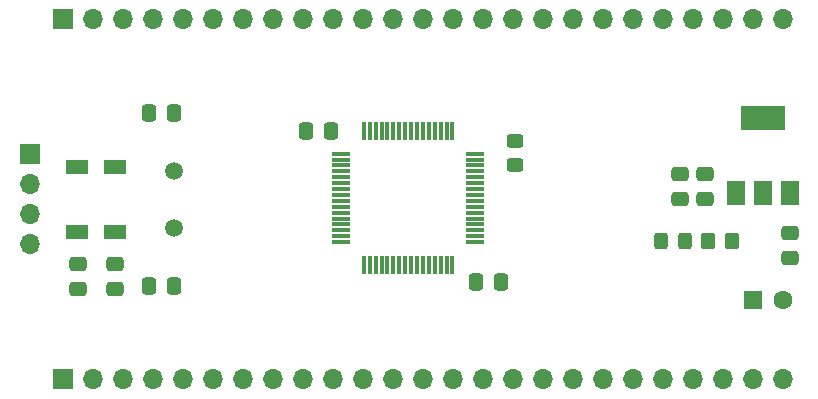
<source format=gbr>
%TF.GenerationSoftware,KiCad,Pcbnew,7.0.9*%
%TF.CreationDate,2024-02-22T17:01:59-03:00*%
%TF.ProjectId,CPU Stm32G431,43505520-5374-46d3-9332-473433312e6b,rev?*%
%TF.SameCoordinates,Original*%
%TF.FileFunction,Soldermask,Top*%
%TF.FilePolarity,Negative*%
%FSLAX46Y46*%
G04 Gerber Fmt 4.6, Leading zero omitted, Abs format (unit mm)*
G04 Created by KiCad (PCBNEW 7.0.9) date 2024-02-22 17:01:59*
%MOMM*%
%LPD*%
G01*
G04 APERTURE LIST*
G04 Aperture macros list*
%AMRoundRect*
0 Rectangle with rounded corners*
0 $1 Rounding radius*
0 $2 $3 $4 $5 $6 $7 $8 $9 X,Y pos of 4 corners*
0 Add a 4 corners polygon primitive as box body*
4,1,4,$2,$3,$4,$5,$6,$7,$8,$9,$2,$3,0*
0 Add four circle primitives for the rounded corners*
1,1,$1+$1,$2,$3*
1,1,$1+$1,$4,$5*
1,1,$1+$1,$6,$7*
1,1,$1+$1,$8,$9*
0 Add four rect primitives between the rounded corners*
20,1,$1+$1,$2,$3,$4,$5,0*
20,1,$1+$1,$4,$5,$6,$7,0*
20,1,$1+$1,$6,$7,$8,$9,0*
20,1,$1+$1,$8,$9,$2,$3,0*%
G04 Aperture macros list end*
%ADD10R,1.900000X1.300000*%
%ADD11RoundRect,0.250000X0.475000X-0.337500X0.475000X0.337500X-0.475000X0.337500X-0.475000X-0.337500X0*%
%ADD12RoundRect,0.250000X-0.337500X-0.475000X0.337500X-0.475000X0.337500X0.475000X-0.337500X0.475000X0*%
%ADD13R,1.600000X1.600000*%
%ADD14C,1.600000*%
%ADD15RoundRect,0.250000X0.450000X-0.325000X0.450000X0.325000X-0.450000X0.325000X-0.450000X-0.325000X0*%
%ADD16RoundRect,0.250000X-0.325000X-0.450000X0.325000X-0.450000X0.325000X0.450000X-0.325000X0.450000X0*%
%ADD17C,1.500000*%
%ADD18RoundRect,0.250000X0.337500X0.475000X-0.337500X0.475000X-0.337500X-0.475000X0.337500X-0.475000X0*%
%ADD19R,1.500000X2.000000*%
%ADD20R,3.800000X2.000000*%
%ADD21R,1.700000X1.700000*%
%ADD22O,1.700000X1.700000*%
%ADD23RoundRect,0.250000X0.350000X0.450000X-0.350000X0.450000X-0.350000X-0.450000X0.350000X-0.450000X0*%
%ADD24RoundRect,0.075000X0.075000X-0.700000X0.075000X0.700000X-0.075000X0.700000X-0.075000X-0.700000X0*%
%ADD25RoundRect,0.075000X0.700000X-0.075000X0.700000X0.075000X-0.700000X0.075000X-0.700000X-0.075000X0*%
G04 APERTURE END LIST*
D10*
%TO.C,Y2*%
X123740000Y-107220000D03*
X120540000Y-107220000D03*
X123740000Y-101720000D03*
X120540000Y-101720000D03*
%TD*%
D11*
%TO.C,C8*%
X171580000Y-104357500D03*
X171580000Y-102282500D03*
%TD*%
D12*
%TO.C,C2*%
X126642500Y-97120000D03*
X128717500Y-97120000D03*
%TD*%
%TO.C,C10*%
X139942500Y-98620000D03*
X142017500Y-98620000D03*
%TD*%
D13*
%TO.C,C5*%
X177774888Y-112970000D03*
D14*
X180274888Y-112970000D03*
%TD*%
D15*
%TO.C,D3*%
X157580000Y-101545000D03*
X157580000Y-99495000D03*
%TD*%
D16*
%TO.C,D4*%
X169955000Y-107920000D03*
X172005000Y-107920000D03*
%TD*%
D17*
%TO.C,Y1*%
X128760000Y-106870000D03*
X128760000Y-101990000D03*
%TD*%
D11*
%TO.C,C3*%
X123770000Y-112007500D03*
X123770000Y-109932500D03*
%TD*%
D18*
%TO.C,C14*%
X156417500Y-111420000D03*
X154342500Y-111420000D03*
%TD*%
D11*
%TO.C,C4*%
X120570000Y-112007500D03*
X120570000Y-109932500D03*
%TD*%
%TO.C,C7*%
X173680000Y-104357500D03*
X173680000Y-102282500D03*
%TD*%
%TO.C,C6*%
X180870000Y-109357500D03*
X180870000Y-107282500D03*
%TD*%
D19*
%TO.C,U1*%
X176280000Y-103870000D03*
X178580000Y-103870000D03*
D20*
X178580000Y-97570000D03*
D19*
X180880000Y-103870000D03*
%TD*%
D21*
%TO.C,J1*%
X116505000Y-100620000D03*
D22*
X116505000Y-103160000D03*
X116505000Y-105700000D03*
X116505000Y-108240000D03*
%TD*%
D23*
%TO.C,R3*%
X175980000Y-107920000D03*
X173980000Y-107920000D03*
%TD*%
D24*
%TO.C,U2*%
X144810000Y-109975000D03*
X145310000Y-109975000D03*
X145810000Y-109975000D03*
X146310000Y-109975000D03*
X146810000Y-109975000D03*
X147310000Y-109975000D03*
X147810000Y-109975000D03*
X148310000Y-109975000D03*
X148810000Y-109975000D03*
X149310000Y-109975000D03*
X149810000Y-109975000D03*
X150310000Y-109975000D03*
X150810000Y-109975000D03*
X151310000Y-109975000D03*
X151810000Y-109975000D03*
X152310000Y-109975000D03*
D25*
X154235000Y-108050000D03*
X154235000Y-107550000D03*
X154235000Y-107050000D03*
X154235000Y-106550000D03*
X154235000Y-106050000D03*
X154235000Y-105550000D03*
X154235000Y-105050000D03*
X154235000Y-104550000D03*
X154235000Y-104050000D03*
X154235000Y-103550000D03*
X154235000Y-103050000D03*
X154235000Y-102550000D03*
X154235000Y-102050000D03*
X154235000Y-101550000D03*
X154235000Y-101050000D03*
X154235000Y-100550000D03*
D24*
X152310000Y-98625000D03*
X151810000Y-98625000D03*
X151310000Y-98625000D03*
X150810000Y-98625000D03*
X150310000Y-98625000D03*
X149810000Y-98625000D03*
X149310000Y-98625000D03*
X148810000Y-98625000D03*
X148310000Y-98625000D03*
X147810000Y-98625000D03*
X147310000Y-98625000D03*
X146810000Y-98625000D03*
X146310000Y-98625000D03*
X145810000Y-98625000D03*
X145310000Y-98625000D03*
X144810000Y-98625000D03*
D25*
X142885000Y-100550000D03*
X142885000Y-101050000D03*
X142885000Y-101550000D03*
X142885000Y-102050000D03*
X142885000Y-102550000D03*
X142885000Y-103050000D03*
X142885000Y-103550000D03*
X142885000Y-104050000D03*
X142885000Y-104550000D03*
X142885000Y-105050000D03*
X142885000Y-105550000D03*
X142885000Y-106050000D03*
X142885000Y-106550000D03*
X142885000Y-107050000D03*
X142885000Y-107550000D03*
X142885000Y-108050000D03*
%TD*%
D12*
%TO.C,C1*%
X126642500Y-111720000D03*
X128717500Y-111720000D03*
%TD*%
D21*
%TO.C,J2*%
X119370000Y-119670000D03*
D22*
X121910000Y-119670000D03*
X124450000Y-119670000D03*
X126990000Y-119670000D03*
X129530000Y-119670000D03*
X132070000Y-119670000D03*
X134610000Y-119670000D03*
X137150000Y-119670000D03*
X139690000Y-119670000D03*
X142230000Y-119670000D03*
X144770000Y-119670000D03*
X147310000Y-119670000D03*
X149850000Y-119670000D03*
X152390000Y-119670000D03*
X154930000Y-119670000D03*
X157470000Y-119670000D03*
X160010000Y-119670000D03*
X162550000Y-119670000D03*
X165090000Y-119670000D03*
X167630000Y-119670000D03*
X170170000Y-119670000D03*
X172710000Y-119670000D03*
X175250000Y-119670000D03*
X177790000Y-119670000D03*
X180330000Y-119670000D03*
%TD*%
D21*
%TO.C,J3*%
X119340000Y-89190000D03*
D22*
X121880000Y-89190000D03*
X124420000Y-89190000D03*
X126960000Y-89190000D03*
X129500000Y-89190000D03*
X132040000Y-89190000D03*
X134580000Y-89190000D03*
X137120000Y-89190000D03*
X139660000Y-89190000D03*
X142200000Y-89190000D03*
X144740000Y-89190000D03*
X147280000Y-89190000D03*
X149820000Y-89190000D03*
X152360000Y-89190000D03*
X154900000Y-89190000D03*
X157440000Y-89190000D03*
X159980000Y-89190000D03*
X162520000Y-89190000D03*
X165060000Y-89190000D03*
X167600000Y-89190000D03*
X170140000Y-89190000D03*
X172680000Y-89190000D03*
X175220000Y-89190000D03*
X177760000Y-89190000D03*
X180300000Y-89190000D03*
%TD*%
M02*

</source>
